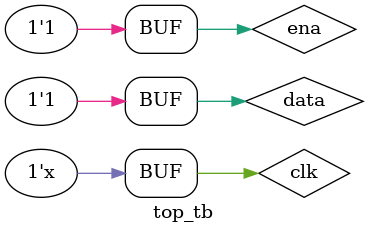
<source format=v>
`timescale 1ns / 1ps


`timescale 1ns / 1ps
//////////////////////////////////////////////////////////////////////////////////
// Company: 
// Engineer: 
// 
// Create Date: 2022/05/20 19:08:30
// Design Name: 
// Module Name: top_tb
// Project Name: 
// Target Devices: 
// Tool Versions: 
// Description: 
// 
// Dependencies: 
// 
// Revision:
// Revision 0.01 - File Created
// Additional Comments:
// 
//////////////////////////////////////////////////////////////////////////////////


module top_tb(
    );

// wire [3:0] QQ;//发�?�时�?
wire clk_16,clk_2,clk_4,clk_8;
wire ld1,en1,en2,clr2;
wire [1:0] ns,cs;
wire [3:0] Q1,Q2;
// wire [8:0] ttemp_data,temp_data;
reg clk;

reg ena;
// reg clk_sys;
reg data;
wire [7:0] out_data;
// wire CO1,CO2;
top UUT(
    // .QQ(QQ),
    .clk_16(clk_16),
    .clk_8(clk_8),
    .clk_4(clk_4),
    .clk_2(clk_2),
    .ld1(ld1),
    .en1(en1),
    .en2(en2),
    .clr2(clr2),
    .ns(ns),
    .cs(cs),
    .Q1(Q1),
    .Q2(Q2),
    // .ttemp_data(ttemp_data),
    // .temp_data(temp_data),
    .clk(clk),
    // .CO1       (CO1),
    // .CO2       (CO2),
    .ena(ena),
    // .clk_sys(clk_sys),
    .data(data),
    .out_data(out_data)
);

always #5 clk = ~clk;

initial begin
    clk = 0;
    ena = 0;
    data = 1;
    #80 ena = 1;

    #160 data = 0;

    #160 data = 1;
    #160 data = 0;
    #160 data = 1;
    #160 data = 0;

    #160 data = 1;
    #160 data = 1;
    #160 data = 0;
    #160 data = 0;

    #160 data = 1;

    #500 data = 0;

    #160 data = 0;
    #160 data = 0;
    #160 data = 0;
    #160 data = 0;

    #160 data = 1;
    #160 data = 1;
    #160 data = 0;
    #160 data = 1;

    #160 data = 1;


end

endmodule

</source>
